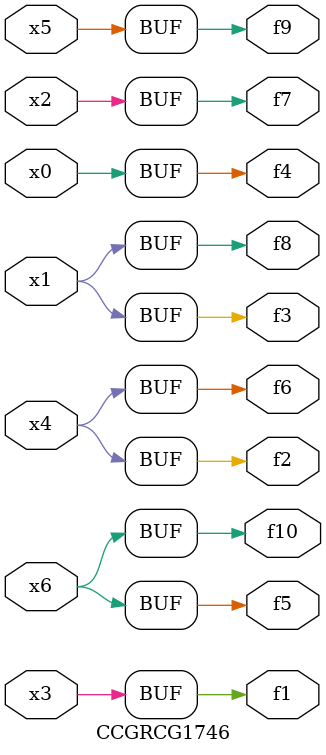
<source format=v>
module CCGRCG1746(
	input x0, x1, x2, x3, x4, x5, x6,
	output f1, f2, f3, f4, f5, f6, f7, f8, f9, f10
);
	assign f1 = x3;
	assign f2 = x4;
	assign f3 = x1;
	assign f4 = x0;
	assign f5 = x6;
	assign f6 = x4;
	assign f7 = x2;
	assign f8 = x1;
	assign f9 = x5;
	assign f10 = x6;
endmodule

</source>
